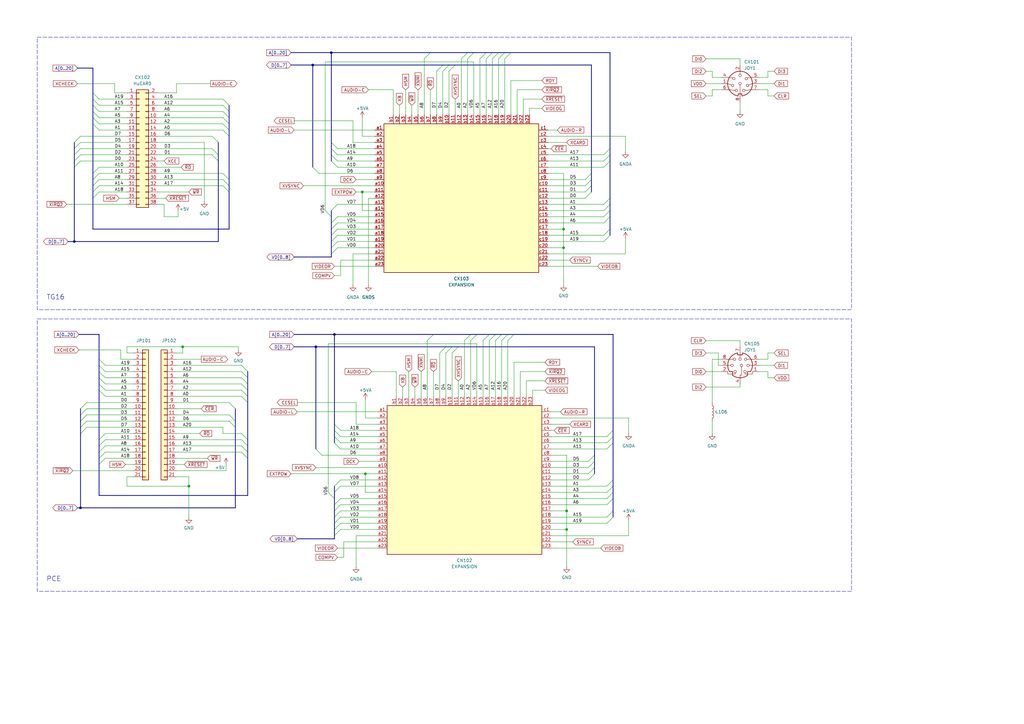
<source format=kicad_sch>
(kicad_sch (version 20230121) (generator eeschema)
  (paper "A3")
  (junction (at 232.41 217.17))
  (junction (at 148.59 78.74))
  (junction (at 128.27 26.67))
  (junction (at 33.02 208.28))
  (junction (at 232.41 209.55))
  (junction (at 137.16 137.16))
  (junction (at 149.86 194.31))
  (junction (at 30.48 99.06))
  (junction (at 231.14 101.6))
  (junction (at 231.14 93.98))
  (junction (at 129.54 142.24))
  (junction (at 135.89 21.59))
  (junction (at 74.93 142.24))
  (junction (at 77.47 199.39))
  (bus_entry (at 137.16 204.47) (size -2.54 -2.54))
  (bus_entry (at 89.535 63.5) (size -2.54 -2.54))
  (bus_entry (at 180.34 144.78) (size 2.54 -2.54))
  (bus_entry (at 101.6 182.88) (size -2.54 -2.54))
  (bus_entry (at 101.6 185.42) (size -2.54 -2.54))
  (bus_entry (at 137.16 199.39) (size 2.54 -2.54))
  (bus_entry (at 247.65 88.9) (size 2.54 -2.54))
  (bus_entry (at 30.48 60.96) (size 2.54 -2.54))
  (bus_entry (at 248.92 204.47) (size 2.54 -2.54))
  (bus_entry (at 137.16 217.17) (size 2.54 -2.54))
  (bus_entry (at 181.61 29.21) (size 2.54 -2.54))
  (bus_entry (at 129.54 184.15) (size 2.54 2.54))
  (bus_entry (at 200.66 139.7) (size 2.54 -2.54))
  (bus_entry (at 93.98 73.66) (size -2.54 -2.54))
  (bus_entry (at 137.16 219.71) (size 2.54 -2.54))
  (bus_entry (at 33.02 167.64) (size 2.54 -2.54))
  (bus_entry (at 137.16 207.01) (size 2.54 -2.54))
  (bus_entry (at 40.64 147.32) (size 2.54 2.54))
  (bus_entry (at 247.65 83.82) (size 2.54 -2.54))
  (bus_entry (at 204.47 24.13) (size 2.54 -2.54))
  (bus_entry (at 138.43 60.96) (size -2.54 -2.54))
  (bus_entry (at 38.1 50.8) (size 2.54 2.54))
  (bus_entry (at 205.74 139.7) (size 2.54 -2.54))
  (bus_entry (at 175.26 139.7) (size 2.54 -2.54))
  (bus_entry (at 135.89 88.9) (size -2.54 -2.54))
  (bus_entry (at 40.64 157.48) (size 2.54 2.54))
  (bus_entry (at 30.48 58.42) (size 2.54 -2.54))
  (bus_entry (at 33.02 172.72) (size 2.54 -2.54))
  (bus_entry (at 30.48 63.5) (size 2.54 -2.54))
  (bus_entry (at 33.02 170.18) (size 2.54 -2.54))
  (bus_entry (at 208.28 139.7) (size 2.54 -2.54))
  (bus_entry (at 40.64 190.5) (size 2.54 -2.54))
  (bus_entry (at 38.1 40.64) (size 2.54 2.54))
  (bus_entry (at 182.88 144.78) (size 2.54 -2.54))
  (bus_entry (at 185.42 144.78) (size 2.54 -2.54))
  (bus_entry (at 93.98 78.74) (size -2.54 -2.54))
  (bus_entry (at 135.89 86.36) (size 2.54 -2.54))
  (bus_entry (at 40.64 160.02) (size 2.54 2.54))
  (bus_entry (at 128.27 68.58) (size 2.54 2.54))
  (bus_entry (at 199.39 24.13) (size 2.54 -2.54))
  (bus_entry (at 89.535 66.04) (size -2.54 -2.54))
  (bus_entry (at 135.89 91.44) (size 2.54 -2.54))
  (bus_entry (at 135.89 99.06) (size 2.54 -2.54))
  (bus_entry (at 240.03 78.74) (size 2.54 -2.54))
  (bus_entry (at 33.02 175.26) (size 2.54 -2.54))
  (bus_entry (at 241.3 196.85) (size 2.54 -2.54))
  (bus_entry (at 191.77 24.13) (size 2.54 -2.54))
  (bus_entry (at 248.92 207.01) (size 2.54 -2.54))
  (bus_entry (at 138.43 63.5) (size -2.54 -2.54))
  (bus_entry (at 139.7 179.07) (size -2.54 -2.54))
  (bus_entry (at 248.92 181.61) (size 2.54 -2.54))
  (bus_entry (at 241.3 191.77) (size 2.54 -2.54))
  (bus_entry (at 135.89 96.52) (size 2.54 -2.54))
  (bus_entry (at 101.6 157.48) (size -2.54 -2.54))
  (bus_entry (at 203.2 139.7) (size 2.54 -2.54))
  (bus_entry (at 101.6 152.4) (size -2.54 -2.54))
  (bus_entry (at 247.65 66.04) (size 2.54 -2.54))
  (bus_entry (at 38.1 38.1) (size 2.54 2.54))
  (bus_entry (at 247.65 86.36) (size 2.54 -2.54))
  (bus_entry (at 40.64 185.42) (size 2.54 -2.54))
  (bus_entry (at 247.65 91.44) (size 2.54 -2.54))
  (bus_entry (at 248.92 199.39) (size 2.54 -2.54))
  (bus_entry (at 93.98 48.26) (size -2.54 -2.54))
  (bus_entry (at 248.92 179.07) (size 2.54 -2.54))
  (bus_entry (at 139.7 184.15) (size -2.54 -2.54))
  (bus_entry (at 241.3 189.23) (size 2.54 -2.54))
  (bus_entry (at 101.6 187.96) (size -2.54 -2.54))
  (bus_entry (at 38.1 71.12) (size 2.54 -2.54))
  (bus_entry (at 40.64 182.88) (size 2.54 -2.54))
  (bus_entry (at 137.16 212.09) (size 2.54 -2.54))
  (bus_entry (at 247.65 63.5) (size 2.54 -2.54))
  (bus_entry (at 40.64 152.4) (size 2.54 2.54))
  (bus_entry (at 96.52 175.26) (size -2.54 -2.54))
  (bus_entry (at 38.1 45.72) (size 2.54 2.54))
  (bus_entry (at 30.48 68.58) (size 2.54 -2.54))
  (bus_entry (at 196.85 24.13) (size 2.54 -2.54))
  (bus_entry (at 240.03 73.66) (size 2.54 -2.54))
  (bus_entry (at 241.3 194.31) (size 2.54 -2.54))
  (bus_entry (at 33.02 177.8) (size 2.54 -2.54))
  (bus_entry (at 193.04 139.7) (size 2.54 -2.54))
  (bus_entry (at 93.98 76.2) (size -2.54 -2.54))
  (bus_entry (at 135.89 93.98) (size 2.54 -2.54))
  (bus_entry (at 40.64 187.96) (size 2.54 -2.54))
  (bus_entry (at 137.16 214.63) (size 2.54 -2.54))
  (bus_entry (at 40.64 180.34) (size 2.54 -2.54))
  (bus_entry (at 40.64 149.86) (size 2.54 2.54))
  (bus_entry (at 91.44 53.34) (size 2.54 2.54))
  (bus_entry (at 40.64 154.94) (size 2.54 2.54))
  (bus_entry (at 198.12 139.7) (size 2.54 -2.54))
  (bus_entry (at 137.16 201.93) (size 2.54 -2.54))
  (bus_entry (at 93.98 165.1) (size 2.54 2.54))
  (bus_entry (at 247.65 68.58) (size 2.54 -2.54))
  (bus_entry (at 38.1 81.28) (size 2.54 -2.54))
  (bus_entry (at 189.23 24.13) (size 2.54 -2.54))
  (bus_entry (at 96.52 172.72) (size -2.54 -2.54))
  (bus_entry (at 101.6 180.34) (size -2.54 -2.54))
  (bus_entry (at 30.48 66.04) (size 2.54 -2.54))
  (bus_entry (at 207.01 24.13) (size 2.54 -2.54))
  (bus_entry (at 247.65 99.06) (size 2.54 -2.54))
  (bus_entry (at 101.6 160.02) (size -2.54 -2.54))
  (bus_entry (at 248.92 214.63) (size 2.54 -2.54))
  (bus_entry (at 139.7 176.53) (size -2.54 -2.54))
  (bus_entry (at 38.1 78.74) (size 2.54 -2.54))
  (bus_entry (at 38.1 48.26) (size 2.54 2.54))
  (bus_entry (at 139.7 181.61) (size -2.54 -2.54))
  (bus_entry (at 38.1 73.66) (size 2.54 -2.54))
  (bus_entry (at 137.16 209.55) (size 2.54 -2.54))
  (bus_entry (at 248.92 184.15) (size 2.54 -2.54))
  (bus_entry (at 138.43 66.04) (size -2.54 -2.54))
  (bus_entry (at 93.98 50.8) (size -2.54 -2.54))
  (bus_entry (at 184.15 29.21) (size 2.54 -2.54))
  (bus_entry (at 99.06 162.56) (size 2.54 2.54))
  (bus_entry (at 179.07 29.21) (size 2.54 -2.54))
  (bus_entry (at 201.93 24.13) (size 2.54 -2.54))
  (bus_entry (at 247.65 96.52) (size 2.54 -2.54))
  (bus_entry (at 190.5 139.7) (size 2.54 -2.54))
  (bus_entry (at 93.98 43.18) (size -2.54 -2.54))
  (bus_entry (at 248.92 212.09) (size 2.54 -2.54))
  (bus_entry (at 101.6 162.56) (size -2.54 -2.54))
  (bus_entry (at 135.89 104.14) (size 2.54 -2.54))
  (bus_entry (at 101.6 154.94) (size -2.54 -2.54))
  (bus_entry (at 173.99 24.13) (size 2.54 -2.54))
  (bus_entry (at 240.03 76.2) (size 2.54 -2.54))
  (bus_entry (at 135.89 101.6) (size 2.54 -2.54))
  (bus_entry (at 240.03 81.28) (size 2.54 -2.54))
  (bus_entry (at 138.43 68.58) (size -2.54 -2.54))
  (bus_entry (at 38.1 76.2) (size 2.54 -2.54))
  (bus_entry (at 93.98 53.34) (size -2.54 -2.54))
  (bus_entry (at 38.1 43.18) (size 2.54 2.54))
  (bus_entry (at 93.98 45.72) (size -2.54 -2.54))
  (bus_entry (at 248.92 201.93) (size 2.54 -2.54))
  (bus_entry (at 86.995 55.88) (size 2.54 2.54))
  (wire (pts (xy 35.56 167.64) (xy 54.61 167.64)))
  (wire (pts (xy 175.26 162.56) (xy 175.26 139.7)))
  (bus (pts (xy 250.19 88.9) (xy 250.19 93.98)))
  (wire (pts (xy 212.09 36.83) (xy 212.09 46.99)))
  (bus (pts (xy 96.52 208.28) (xy 33.02 208.28)))
  (wire (pts (xy 195.58 140.97) (xy 134.62 140.97)))
  (bus (pts (xy 129.54 142.24) (xy 129.54 184.15)))
  (bus (pts (xy 40.64 147.32) (xy 40.64 137.16)))
  (bus (pts (xy 40.64 203.2) (xy 101.6 203.2)))
  (wire (pts (xy 40.64 68.58) (xy 52.07 68.58)))
  (wire (pts (xy 52.07 199.39) (xy 52.07 195.58)))
  (bus (pts (xy 89.535 63.5) (xy 89.535 66.04)))
  (wire (pts (xy 33.02 66.04) (xy 52.07 66.04)))
  (bus (pts (xy 89.535 66.04) (xy 89.535 99.06)))
  (wire (pts (xy 213.36 152.4) (xy 213.36 162.56)))
  (wire (pts (xy 29.845 193.04) (xy 54.61 193.04)))
  (bus (pts (xy 101.6 185.42) (xy 101.6 187.96)))
  (wire (pts (xy 224.79 58.42) (xy 232.41 58.42)))
  (wire (pts (xy 52.07 195.58) (xy 54.61 195.58)))
  (wire (pts (xy 43.18 187.96) (xy 54.61 187.96)))
  (bus (pts (xy 199.39 21.59) (xy 201.93 21.59)))
  (wire (pts (xy 139.7 212.09) (xy 154.94 212.09)))
  (bus (pts (xy 250.19 93.98) (xy 250.19 96.52)))
  (wire (pts (xy 289.56 24.13) (xy 303.53 24.13)))
  (wire (pts (xy 224.79 104.14) (xy 256.54 104.14)))
  (wire (pts (xy 40.64 73.66) (xy 52.07 73.66)))
  (wire (pts (xy 72.39 193.04) (xy 92.71 193.04)))
  (wire (pts (xy 224.79 93.98) (xy 231.14 93.98)))
  (wire (pts (xy 185.42 162.56) (xy 185.42 144.78)))
  (wire (pts (xy 232.41 217.17) (xy 232.41 232.41)))
  (bus (pts (xy 121.92 220.98) (xy 137.16 220.98)))
  (wire (pts (xy 82.55 167.64) (xy 72.39 167.64)))
  (wire (pts (xy 72.39 180.34) (xy 99.06 180.34)))
  (wire (pts (xy 292.1 39.37) (xy 292.1 36.83)))
  (wire (pts (xy 314.96 39.37) (xy 314.96 36.83)))
  (bus (pts (xy 251.46 137.16) (xy 251.46 176.53)))
  (wire (pts (xy 35.56 170.18) (xy 54.61 170.18)))
  (wire (pts (xy 140.97 222.25) (xy 154.94 222.25)))
  (bus (pts (xy 137.16 137.16) (xy 177.8 137.16)))
  (bus (pts (xy 135.89 21.59) (xy 176.53 21.59)))
  (wire (pts (xy 292.1 36.83) (xy 295.91 36.83)))
  (wire (pts (xy 218.44 160.02) (xy 223.52 160.02)))
  (wire (pts (xy 311.15 152.4) (xy 314.96 152.4)))
  (bus (pts (xy 120.65 105.41) (xy 135.89 105.41)))
  (wire (pts (xy 224.79 71.12) (xy 231.14 71.12)))
  (wire (pts (xy 154.94 184.15) (xy 139.7 184.15)))
  (wire (pts (xy 49.53 143.51) (xy 49.53 147.32)))
  (wire (pts (xy 314.96 147.32) (xy 314.96 144.78)))
  (wire (pts (xy 99.06 177.8) (xy 91.44 177.8)))
  (wire (pts (xy 97.79 142.24) (xy 97.79 143.51)))
  (wire (pts (xy 35.56 165.1) (xy 54.61 165.1)))
  (bus (pts (xy 40.64 180.34) (xy 40.64 182.88)))
  (wire (pts (xy 138.43 101.6) (xy 153.67 101.6)))
  (wire (pts (xy 224.79 76.2) (xy 240.03 76.2)))
  (wire (pts (xy 289.56 39.37) (xy 292.1 39.37)))
  (wire (pts (xy 144.78 58.42) (xy 144.78 49.53)))
  (bus (pts (xy 250.19 66.04) (xy 250.19 81.28)))
  (bus (pts (xy 40.64 152.4) (xy 40.64 149.86)))
  (bus (pts (xy 242.57 71.12) (xy 242.57 73.66)))
  (wire (pts (xy 162.56 152.4) (xy 162.56 162.56)))
  (wire (pts (xy 72.39 160.02) (xy 99.06 160.02)))
  (wire (pts (xy 67.31 83.82) (xy 64.77 83.82)))
  (wire (pts (xy 72.39 149.86) (xy 99.06 149.86)))
  (wire (pts (xy 72.39 147.32) (xy 82.55 147.32)))
  (wire (pts (xy 121.92 168.91) (xy 154.94 168.91)))
  (wire (pts (xy 43.18 162.56) (xy 54.61 162.56)))
  (wire (pts (xy 64.77 81.28) (xy 67.945 81.28)))
  (wire (pts (xy 226.06 168.91) (xy 229.87 168.91)))
  (wire (pts (xy 196.85 46.99) (xy 196.85 24.13)))
  (wire (pts (xy 43.18 177.8) (xy 54.61 177.8)))
  (wire (pts (xy 153.67 60.96) (xy 138.43 60.96)))
  (bus (pts (xy 137.16 207.01) (xy 137.16 209.55)))
  (bus (pts (xy 38.1 76.2) (xy 38.1 78.74)))
  (wire (pts (xy 72.39 157.48) (xy 99.06 157.48)))
  (wire (pts (xy 40.64 48.26) (xy 52.07 48.26)))
  (bus (pts (xy 135.89 99.06) (xy 135.89 101.6)))
  (wire (pts (xy 226.06 219.71) (xy 257.81 219.71)))
  (wire (pts (xy 172.72 152.4) (xy 172.72 162.56)))
  (wire (pts (xy 46.99 38.1) (xy 52.07 38.1)))
  (wire (pts (xy 189.23 46.99) (xy 189.23 24.13)))
  (wire (pts (xy 226.06 184.15) (xy 248.92 184.15)))
  (wire (pts (xy 137.16 109.22) (xy 153.67 109.22)))
  (bus (pts (xy 40.64 160.02) (xy 40.64 180.34)))
  (bus (pts (xy 184.15 26.67) (xy 186.69 26.67)))
  (bus (pts (xy 33.02 175.26) (xy 33.02 177.8)))
  (wire (pts (xy 139.7 204.47) (xy 154.94 204.47)))
  (wire (pts (xy 226.06 224.79) (xy 246.38 224.79)))
  (wire (pts (xy 200.66 162.56) (xy 200.66 139.7)))
  (wire (pts (xy 314.96 154.94) (xy 314.96 152.4)))
  (wire (pts (xy 154.94 173.99) (xy 146.05 173.99)))
  (bus (pts (xy 101.6 154.94) (xy 101.6 157.48)))
  (wire (pts (xy 72.39 165.1) (xy 93.98 165.1)))
  (wire (pts (xy 224.79 101.6) (xy 231.14 101.6)))
  (bus (pts (xy 40.64 185.42) (xy 40.64 187.96)))
  (wire (pts (xy 138.43 96.52) (xy 153.67 96.52)))
  (bus (pts (xy 38.1 43.18) (xy 38.1 40.64)))
  (wire (pts (xy 153.67 63.5) (xy 138.43 63.5)))
  (wire (pts (xy 154.94 196.85) (xy 139.7 196.85)))
  (bus (pts (xy 93.98 50.8) (xy 93.98 53.34)))
  (wire (pts (xy 166.37 36.83) (xy 166.37 46.99)))
  (wire (pts (xy 224.79 60.96) (xy 226.06 60.96)))
  (wire (pts (xy 311.15 34.29) (xy 317.5 34.29)))
  (wire (pts (xy 179.07 46.99) (xy 179.07 29.21)))
  (bus (pts (xy 40.64 182.88) (xy 40.64 185.42)))
  (wire (pts (xy 72.39 190.5) (xy 75.565 190.5)))
  (wire (pts (xy 317.5 39.37) (xy 314.96 39.37)))
  (wire (pts (xy 72.39 162.56) (xy 99.06 162.56)))
  (wire (pts (xy 226.06 194.31) (xy 241.3 194.31)))
  (wire (pts (xy 43.18 152.4) (xy 54.61 152.4)))
  (bus (pts (xy 93.98 76.2) (xy 93.98 78.74)))
  (wire (pts (xy 139.7 106.68) (xy 153.67 106.68)))
  (bus (pts (xy 30.48 68.58) (xy 30.48 99.06)))
  (wire (pts (xy 31.75 34.29) (xy 46.99 34.29)))
  (wire (pts (xy 52.07 144.78) (xy 54.61 144.78)))
  (wire (pts (xy 289.56 152.4) (xy 295.91 152.4)))
  (bus (pts (xy 200.66 137.16) (xy 203.2 137.16)))
  (bus (pts (xy 177.8 137.16) (xy 193.04 137.16)))
  (wire (pts (xy 33.02 58.42) (xy 52.07 58.42)))
  (wire (pts (xy 182.88 162.56) (xy 182.88 144.78)))
  (wire (pts (xy 222.25 40.64) (xy 214.63 40.64)))
  (wire (pts (xy 148.59 78.74) (xy 153.67 78.74)))
  (bus (pts (xy 38.1 71.12) (xy 38.1 73.66)))
  (wire (pts (xy 303.53 24.13) (xy 303.53 26.67)))
  (bus (pts (xy 137.16 201.93) (xy 137.16 204.47)))
  (wire (pts (xy 222.25 33.02) (xy 209.55 33.02)))
  (wire (pts (xy 257.81 219.71) (xy 257.81 213.36)))
  (wire (pts (xy 138.43 88.9) (xy 153.67 88.9)))
  (wire (pts (xy 40.64 76.2) (xy 52.07 76.2)))
  (wire (pts (xy 193.04 162.56) (xy 193.04 139.7)))
  (wire (pts (xy 199.39 46.99) (xy 199.39 24.13)))
  (wire (pts (xy 52.07 199.39) (xy 77.47 199.39)))
  (wire (pts (xy 27.305 83.82) (xy 52.07 83.82)))
  (wire (pts (xy 139.7 209.55) (xy 154.94 209.55)))
  (wire (pts (xy 184.15 46.99) (xy 184.15 29.21)))
  (wire (pts (xy 64.77 48.26) (xy 91.44 48.26)))
  (bus (pts (xy 93.98 73.66) (xy 93.98 76.2)))
  (bus (pts (xy 40.64 187.96) (xy 40.64 190.5)))
  (wire (pts (xy 209.55 33.02) (xy 209.55 46.99)))
  (wire (pts (xy 137.16 113.03) (xy 139.7 113.03)))
  (wire (pts (xy 226.06 191.77) (xy 241.3 191.77)))
  (wire (pts (xy 224.79 106.68) (xy 233.68 106.68)))
  (wire (pts (xy 289.56 144.78) (xy 294.64 144.78)))
  (wire (pts (xy 119.38 194.31) (xy 149.86 194.31)))
  (bus (pts (xy 101.6 157.48) (xy 101.6 160.02)))
  (wire (pts (xy 231.14 93.98) (xy 231.14 101.6)))
  (bus (pts (xy 40.64 160.02) (xy 40.64 157.48)))
  (wire (pts (xy 218.44 162.56) (xy 218.44 160.02)))
  (wire (pts (xy 72.39 187.96) (xy 85.09 187.96)))
  (wire (pts (xy 146.05 232.41) (xy 146.05 219.71)))
  (wire (pts (xy 134.62 140.97) (xy 134.62 201.93)))
  (bus (pts (xy 27.94 99.06) (xy 30.48 99.06)))
  (wire (pts (xy 138.43 83.82) (xy 153.67 83.82)))
  (wire (pts (xy 149.86 171.45) (xy 149.86 163.83)))
  (wire (pts (xy 40.64 53.34) (xy 52.07 53.34)))
  (bus (pts (xy 119.38 21.59) (xy 135.89 21.59)))
  (bus (pts (xy 242.57 73.66) (xy 242.57 76.2)))
  (bus (pts (xy 137.16 214.63) (xy 137.16 217.17)))
  (bus (pts (xy 250.19 86.36) (xy 250.19 88.9)))
  (wire (pts (xy 146.05 73.66) (xy 153.67 73.66)))
  (bus (pts (xy 101.6 187.96) (xy 101.6 203.2)))
  (bus (pts (xy 251.46 176.53) (xy 251.46 179.07)))
  (bus (pts (xy 243.84 191.77) (xy 243.84 194.31)))
  (bus (pts (xy 33.02 167.64) (xy 33.02 170.18)))
  (wire (pts (xy 208.28 162.56) (xy 208.28 139.7)))
  (bus (pts (xy 40.64 157.48) (xy 40.64 154.94)))
  (bus (pts (xy 33.02 208.28) (xy 33.02 177.8)))
  (wire (pts (xy 138.43 224.79) (xy 154.94 224.79)))
  (wire (pts (xy 74.93 142.24) (xy 74.93 144.78)))
  (bus (pts (xy 101.6 165.1) (xy 101.6 180.34)))
  (wire (pts (xy 224.79 63.5) (xy 247.65 63.5)))
  (wire (pts (xy 40.64 40.64) (xy 52.07 40.64)))
  (wire (pts (xy 213.36 152.4) (xy 223.52 152.4)))
  (wire (pts (xy 120.65 53.34) (xy 153.67 53.34)))
  (bus (pts (xy 251.46 196.85) (xy 251.46 199.39)))
  (bus (pts (xy 201.93 21.59) (xy 204.47 21.59)))
  (bus (pts (xy 191.77 21.59) (xy 194.31 21.59)))
  (wire (pts (xy 224.79 55.88) (xy 256.54 55.88)))
  (wire (pts (xy 292.1 31.75) (xy 295.91 31.75)))
  (wire (pts (xy 140.97 228.6) (xy 140.97 222.25)))
  (wire (pts (xy 224.79 88.9) (xy 247.65 88.9)))
  (bus (pts (xy 250.19 81.28) (xy 250.19 83.82)))
  (bus (pts (xy 93.98 43.18) (xy 93.98 45.72)))
  (wire (pts (xy 144.78 116.84) (xy 144.78 104.14)))
  (wire (pts (xy 72.39 38.1) (xy 64.77 38.1)))
  (bus (pts (xy 30.48 58.42) (xy 30.48 60.96)))
  (wire (pts (xy 52.07 142.24) (xy 52.07 144.78)))
  (wire (pts (xy 52.07 142.24) (xy 74.93 142.24)))
  (bus (pts (xy 135.89 66.04) (xy 135.89 63.5)))
  (bus (pts (xy 101.6 182.88) (xy 101.6 185.42)))
  (bus (pts (xy 31.75 208.28) (xy 33.02 208.28)))
  (wire (pts (xy 72.39 34.29) (xy 86.36 34.29)))
  (wire (pts (xy 72.39 175.26) (xy 91.44 175.26)))
  (bus (pts (xy 203.2 137.16) (xy 205.74 137.16)))
  (wire (pts (xy 74.93 142.24) (xy 97.79 142.24)))
  (wire (pts (xy 154.94 181.61) (xy 139.7 181.61)))
  (wire (pts (xy 148.59 55.88) (xy 148.59 48.26)))
  (wire (pts (xy 226.06 217.17) (xy 232.41 217.17)))
  (wire (pts (xy 129.54 191.77) (xy 154.94 191.77)))
  (wire (pts (xy 231.14 101.6) (xy 231.14 116.84)))
  (wire (pts (xy 170.18 158.75) (xy 170.18 162.56)))
  (wire (pts (xy 210.82 148.59) (xy 210.82 162.56)))
  (bus (pts (xy 101.6 160.02) (xy 101.6 162.56)))
  (bus (pts (xy 251.46 204.47) (xy 251.46 209.55)))
  (bus (pts (xy 135.89 86.36) (xy 135.89 88.9)))
  (wire (pts (xy 311.15 149.86) (xy 317.5 149.86)))
  (wire (pts (xy 64.77 68.58) (xy 74.295 68.58)))
  (bus (pts (xy 40.64 149.86) (xy 40.64 147.32)))
  (bus (pts (xy 135.89 91.44) (xy 135.89 93.98)))
  (bus (pts (xy 135.89 104.14) (xy 135.89 105.41)))
  (wire (pts (xy 165.1 158.75) (xy 165.1 162.56)))
  (wire (pts (xy 231.14 71.12) (xy 231.14 93.98)))
  (wire (pts (xy 226.06 171.45) (xy 257.81 171.45)))
  (wire (pts (xy 289.56 139.7) (xy 303.53 139.7)))
  (bus (pts (xy 251.46 181.61) (xy 251.46 196.85)))
  (bus (pts (xy 93.98 48.26) (xy 93.98 50.8)))
  (wire (pts (xy 64.77 63.5) (xy 86.995 63.5)))
  (wire (pts (xy 163.83 43.18) (xy 163.83 46.99)))
  (wire (pts (xy 64.77 40.64) (xy 91.44 40.64)))
  (bus (pts (xy 207.01 21.59) (xy 209.55 21.59)))
  (bus (pts (xy 137.16 217.17) (xy 137.16 219.71)))
  (wire (pts (xy 149.86 194.31) (xy 154.94 194.31)))
  (bus (pts (xy 194.31 21.59) (xy 199.39 21.59)))
  (wire (pts (xy 226.06 196.85) (xy 241.3 196.85)))
  (wire (pts (xy 64.77 73.66) (xy 91.44 73.66)))
  (wire (pts (xy 314.96 31.75) (xy 314.96 29.21)))
  (wire (pts (xy 64.77 53.34) (xy 91.44 53.34)))
  (bus (pts (xy 30.48 63.5) (xy 30.48 66.04)))
  (bus (pts (xy 30.48 66.04) (xy 30.48 68.58)))
  (wire (pts (xy 201.93 46.99) (xy 201.93 24.13)))
  (wire (pts (xy 33.02 55.88) (xy 52.07 55.88)))
  (bus (pts (xy 38.1 48.26) (xy 38.1 45.72)))
  (bus (pts (xy 205.74 137.16) (xy 208.28 137.16)))
  (bus (pts (xy 250.19 83.82) (xy 250.19 86.36)))
  (wire (pts (xy 138.43 91.44) (xy 153.67 91.44)))
  (wire (pts (xy 226.06 173.99) (xy 233.68 173.99)))
  (wire (pts (xy 205.74 162.56) (xy 205.74 139.7)))
  (wire (pts (xy 173.99 46.99) (xy 173.99 24.13)))
  (wire (pts (xy 133.35 25.4) (xy 133.35 86.36)))
  (wire (pts (xy 187.96 156.21) (xy 187.96 162.56)))
  (wire (pts (xy 43.18 180.34) (xy 54.61 180.34)))
  (bus (pts (xy 251.46 209.55) (xy 251.46 212.09)))
  (wire (pts (xy 139.7 207.01) (xy 154.94 207.01)))
  (wire (pts (xy 139.7 217.17) (xy 154.94 217.17)))
  (wire (pts (xy 167.64 152.4) (xy 167.64 162.56)))
  (wire (pts (xy 194.31 25.4) (xy 194.31 46.99)))
  (wire (pts (xy 226.06 207.01) (xy 248.92 207.01)))
  (wire (pts (xy 226.06 212.09) (xy 248.92 212.09)))
  (wire (pts (xy 72.39 172.72) (xy 93.98 172.72)))
  (wire (pts (xy 40.64 50.8) (xy 52.07 50.8)))
  (bus (pts (xy 176.53 21.59) (xy 191.77 21.59)))
  (wire (pts (xy 289.56 158.75) (xy 303.53 158.75)))
  (wire (pts (xy 226.06 199.39) (xy 248.92 199.39)))
  (bus (pts (xy 135.89 58.42) (xy 135.89 21.59)))
  (wire (pts (xy 43.18 160.02) (xy 54.61 160.02)))
  (bus (pts (xy 137.16 199.39) (xy 137.16 201.93)))
  (wire (pts (xy 217.17 44.45) (xy 222.25 44.45)))
  (bus (pts (xy 33.02 170.18) (xy 33.02 172.72)))
  (bus (pts (xy 120.65 137.16) (xy 137.16 137.16)))
  (wire (pts (xy 224.79 73.66) (xy 240.03 73.66)))
  (bus (pts (xy 137.16 204.47) (xy 137.16 207.01)))
  (bus (pts (xy 250.19 63.5) (xy 250.19 66.04)))
  (bus (pts (xy 101.6 162.56) (xy 101.6 165.1)))
  (wire (pts (xy 171.45 36.83) (xy 171.45 46.99)))
  (wire (pts (xy 292.1 165.1) (xy 292.1 147.32)))
  (wire (pts (xy 74.93 144.78) (xy 72.39 144.78)))
  (bus (pts (xy 40.64 154.94) (xy 40.64 152.4)))
  (bus (pts (xy 193.04 137.16) (xy 195.58 137.16)))
  (wire (pts (xy 51.435 190.5) (xy 54.61 190.5)))
  (bus (pts (xy 137.16 179.07) (xy 137.16 176.53)))
  (bus (pts (xy 209.55 21.59) (xy 250.19 21.59)))
  (wire (pts (xy 226.06 189.23) (xy 241.3 189.23)))
  (bus (pts (xy 93.98 45.72) (xy 93.98 48.26)))
  (bus (pts (xy 40.64 190.5) (xy 40.64 203.2)))
  (wire (pts (xy 217.17 46.99) (xy 217.17 44.45)))
  (bus (pts (xy 101.6 180.34) (xy 101.6 182.88)))
  (wire (pts (xy 144.78 104.14) (xy 153.67 104.14)))
  (wire (pts (xy 168.91 43.18) (xy 168.91 46.99)))
  (wire (pts (xy 224.79 99.06) (xy 247.65 99.06)))
  (bus (pts (xy 242.57 76.2) (xy 242.57 78.74)))
  (bus (pts (xy 243.84 186.69) (xy 243.84 189.23)))
  (wire (pts (xy 148.59 86.36) (xy 148.59 78.74)))
  (wire (pts (xy 35.56 172.72) (xy 54.61 172.72)))
  (wire (pts (xy 72.39 170.18) (xy 93.98 170.18)))
  (wire (pts (xy 138.43 99.06) (xy 153.67 99.06)))
  (wire (pts (xy 154.94 171.45) (xy 149.86 171.45)))
  (wire (pts (xy 190.5 162.56) (xy 190.5 139.7)))
  (bus (pts (xy 129.54 142.24) (xy 182.88 142.24)))
  (wire (pts (xy 146.05 78.74) (xy 148.59 78.74)))
  (wire (pts (xy 224.79 83.82) (xy 247.65 83.82)))
  (bus (pts (xy 119.38 26.67) (xy 128.27 26.67)))
  (wire (pts (xy 198.12 162.56) (xy 198.12 139.7)))
  (wire (pts (xy 64.77 76.2) (xy 91.44 76.2)))
  (wire (pts (xy 124.46 76.2) (xy 153.67 76.2)))
  (bus (pts (xy 38.1 50.8) (xy 38.1 71.12)))
  (wire (pts (xy 91.44 177.8) (xy 91.44 175.26)))
  (wire (pts (xy 224.79 109.22) (xy 245.11 109.22)))
  (wire (pts (xy 64.77 78.74) (xy 77.47 78.74)))
  (wire (pts (xy 256.54 104.14) (xy 256.54 97.79)))
  (wire (pts (xy 294.64 149.86) (xy 295.91 149.86)))
  (bus (pts (xy 128.27 26.67) (xy 181.61 26.67)))
  (wire (pts (xy 303.53 158.75) (xy 303.53 157.48)))
  (wire (pts (xy 35.56 175.26) (xy 54.61 175.26)))
  (bus (pts (xy 96.52 175.26) (xy 96.52 208.28)))
  (wire (pts (xy 314.96 144.78) (xy 317.5 144.78)))
  (wire (pts (xy 232.41 209.55) (xy 232.41 217.17)))
  (wire (pts (xy 154.94 201.93) (xy 149.86 201.93)))
  (wire (pts (xy 292.1 29.21) (xy 292.1 31.75)))
  (wire (pts (xy 226.06 201.93) (xy 248.92 201.93)))
  (wire (pts (xy 72.39 182.88) (xy 99.06 182.88)))
  (bus (pts (xy 186.69 26.67) (xy 242.57 26.67)))
  (bus (pts (xy 38.1 73.66) (xy 38.1 76.2)))
  (bus (pts (xy 137.16 181.61) (xy 137.16 179.07)))
  (bus (pts (xy 38.1 81.28) (xy 38.1 93.98)))
  (wire (pts (xy 153.67 66.04) (xy 138.43 66.04)))
  (wire (pts (xy 154.94 176.53) (xy 139.7 176.53)))
  (wire (pts (xy 151.13 81.28) (xy 151.13 116.84)))
  (wire (pts (xy 72.39 154.94) (xy 99.06 154.94)))
  (wire (pts (xy 33.02 60.96) (xy 52.07 60.96)))
  (wire (pts (xy 292.1 172.72) (xy 292.1 177.8)))
  (wire (pts (xy 144.78 49.53) (xy 120.65 49.53)))
  (wire (pts (xy 92.71 190.5) (xy 92.71 193.04)))
  (wire (pts (xy 72.39 195.58) (xy 77.47 195.58)))
  (wire (pts (xy 180.34 162.56) (xy 180.34 144.78)))
  (wire (pts (xy 152.4 152.4) (xy 162.56 152.4)))
  (bus (pts (xy 93.98 55.88) (xy 93.98 73.66)))
  (wire (pts (xy 223.52 156.21) (xy 215.9 156.21)))
  (wire (pts (xy 40.64 78.74) (xy 52.07 78.74)))
  (wire (pts (xy 204.47 46.99) (xy 204.47 24.13)))
  (wire (pts (xy 151.13 36.83) (xy 161.29 36.83)))
  (bus (pts (xy 96.52 172.72) (xy 96.52 175.26)))
  (bus (pts (xy 38.1 45.72) (xy 38.1 43.18)))
  (bus (pts (xy 251.46 199.39) (xy 251.46 201.93)))
  (wire (pts (xy 212.09 36.83) (xy 222.25 36.83)))
  (wire (pts (xy 40.64 45.72) (xy 52.07 45.72)))
  (wire (pts (xy 153.67 81.28) (xy 151.13 81.28)))
  (bus (pts (xy 135.89 88.9) (xy 135.89 91.44)))
  (wire (pts (xy 67.31 83.82) (xy 67.31 88.9)))
  (wire (pts (xy 292.1 147.32) (xy 295.91 147.32)))
  (bus (pts (xy 250.19 21.59) (xy 250.19 60.96)))
  (wire (pts (xy 256.54 55.88) (xy 256.54 62.23)))
  (wire (pts (xy 77.47 195.58) (xy 77.47 199.39)))
  (bus (pts (xy 242.57 26.67) (xy 242.57 71.12)))
  (bus (pts (xy 38.1 93.98) (xy 93.98 93.98)))
  (bus (pts (xy 243.84 142.24) (xy 243.84 186.69)))
  (wire (pts (xy 224.79 86.36) (xy 247.65 86.36)))
  (bus (pts (xy 204.47 21.59) (xy 207.01 21.59)))
  (wire (pts (xy 64.77 45.72) (xy 91.44 45.72)))
  (wire (pts (xy 83.82 58.42) (xy 64.77 58.42)))
  (wire (pts (xy 43.18 149.86) (xy 54.61 149.86)))
  (bus (pts (xy 251.46 201.93) (xy 251.46 204.47)))
  (wire (pts (xy 314.96 29.21) (xy 317.5 29.21)))
  (wire (pts (xy 226.06 209.55) (xy 232.41 209.55)))
  (wire (pts (xy 73.025 86.36) (xy 73.025 88.9)))
  (bus (pts (xy 101.6 152.4) (xy 101.6 154.94)))
  (bus (pts (xy 38.1 78.74) (xy 38.1 81.28)))
  (wire (pts (xy 195.58 140.97) (xy 195.58 162.56)))
  (wire (pts (xy 72.39 34.29) (xy 72.39 38.1)))
  (bus (pts (xy 135.89 63.5) (xy 135.89 60.96)))
  (bus (pts (xy 195.58 137.16) (xy 200.66 137.16)))
  (wire (pts (xy 153.67 58.42) (xy 144.78 58.42)))
  (bus (pts (xy 251.46 179.07) (xy 251.46 181.61)))
  (wire (pts (xy 294.64 144.78) (xy 294.64 149.86)))
  (bus (pts (xy 31.75 27.94) (xy 38.1 27.94)))
  (bus (pts (xy 38.1 50.8) (xy 38.1 48.26)))
  (wire (pts (xy 226.06 179.07) (xy 248.92 179.07)))
  (wire (pts (xy 64.77 55.88) (xy 86.995 55.88)))
  (wire (pts (xy 224.79 96.52) (xy 247.65 96.52)))
  (bus (pts (xy 137.16 212.09) (xy 137.16 214.63)))
  (bus (pts (xy 120.65 142.24) (xy 129.54 142.24)))
  (wire (pts (xy 43.18 185.42) (xy 54.61 185.42)))
  (wire (pts (xy 311.15 31.75) (xy 314.96 31.75)))
  (wire (pts (xy 224.79 91.44) (xy 247.65 91.44)))
  (bus (pts (xy 32.385 137.16) (xy 40.64 137.16)))
  (wire (pts (xy 226.06 222.25) (xy 234.95 222.25)))
  (wire (pts (xy 176.53 36.83) (xy 176.53 46.99)))
  (wire (pts (xy 154.94 179.07) (xy 139.7 179.07)))
  (wire (pts (xy 46.99 34.29) (xy 46.99 38.1)))
  (wire (pts (xy 132.08 186.69) (xy 154.94 186.69)))
  (wire (pts (xy 139.7 113.03) (xy 139.7 106.68)))
  (wire (pts (xy 139.7 199.39) (xy 154.94 199.39)))
  (wire (pts (xy 311.15 147.32) (xy 314.96 147.32)))
  (wire (pts (xy 72.39 152.4) (xy 99.06 152.4)))
  (wire (pts (xy 64.77 60.96) (xy 86.995 60.96)))
  (bus (pts (xy 33.02 172.72) (xy 33.02 175.26)))
  (wire (pts (xy 138.43 228.6) (xy 140.97 228.6)))
  (wire (pts (xy 303.53 41.91) (xy 303.53 45.72)))
  (wire (pts (xy 147.32 189.23) (xy 154.94 189.23)))
  (wire (pts (xy 303.53 139.7) (xy 303.53 142.24)))
  (bus (pts (xy 96.52 167.64) (xy 96.52 172.72)))
  (bus (pts (xy 137.16 219.71) (xy 137.16 220.98)))
  (wire (pts (xy 32.385 143.51) (xy 49.53 143.51)))
  (wire (pts (xy 224.79 66.04) (xy 247.65 66.04)))
  (wire (pts (xy 226.06 204.47) (xy 248.92 204.47)))
  (wire (pts (xy 72.39 177.8) (xy 81.915 177.8)))
  (wire (pts (xy 314.96 36.83) (xy 311.15 36.83)))
  (wire (pts (xy 226.06 214.63) (xy 248.92 214.63)))
  (wire (pts (xy 64.77 50.8) (xy 91.44 50.8)))
  (bus (pts (xy 89.535 99.06) (xy 30.48 99.06)))
  (wire (pts (xy 153.67 55.88) (xy 148.59 55.88)))
  (wire (pts (xy 139.7 214.63) (xy 154.94 214.63)))
  (wire (pts (xy 224.79 81.28) (xy 240.03 81.28)))
  (wire (pts (xy 289.56 34.29) (xy 295.91 34.29)))
  (wire (pts (xy 207.01 46.99) (xy 207.01 24.13)))
  (bus (pts (xy 30.48 60.96) (xy 30.48 63.5)))
  (wire (pts (xy 146.05 165.1) (xy 121.92 165.1)))
  (wire (pts (xy 153.67 86.36) (xy 148.59 86.36)))
  (wire (pts (xy 64.77 66.04) (xy 67.31 66.04)))
  (bus (pts (xy 38.1 38.1) (xy 38.1 27.94)))
  (wire (pts (xy 289.56 29.21) (xy 292.1 29.21)))
  (wire (pts (xy 149.86 201.93) (xy 149.86 194.31)))
  (wire (pts (xy 40.64 43.18) (xy 52.07 43.18)))
  (wire (pts (xy 64.77 71.12) (xy 91.44 71.12)))
  (wire (pts (xy 186.69 40.64) (xy 186.69 46.99)))
  (wire (pts (xy 43.18 182.88) (xy 54.61 182.88)))
  (wire (pts (xy 181.61 46.99) (xy 181.61 29.21)))
  (wire (pts (xy 130.81 71.12) (xy 153.67 71.12)))
  (bus (pts (xy 93.98 53.34) (xy 93.98 55.88)))
  (wire (pts (xy 43.18 157.48) (xy 54.61 157.48)))
  (bus (pts (xy 137.16 173.99) (xy 137.16 137.16)))
  (bus (pts (xy 93.98 78.74) (xy 93.98 93.98)))
  (bus (pts (xy 250.19 60.96) (xy 250.19 63.5)))
  (bus (pts (xy 137.16 209.55) (xy 137.16 212.09)))
  (wire (pts (xy 43.18 154.94) (xy 54.61 154.94)))
  (wire (pts (xy 191.77 46.99) (xy 191.77 24.13)))
  (wire (pts (xy 146.05 173.99) (xy 146.05 165.1)))
  (wire (pts (xy 48.895 81.28) (xy 52.07 81.28)))
  (wire (pts (xy 223.52 148.59) (xy 210.82 148.59)))
  (wire (pts (xy 224.79 78.74) (xy 240.03 78.74)))
  (bus (pts (xy 89.535 58.42) (xy 89.535 63.5)))
  (wire (pts (xy 203.2 162.56) (xy 203.2 139.7)))
  (wire (pts (xy 215.9 156.21) (xy 215.9 162.56)))
  (wire (pts (xy 77.47 199.39) (xy 77.47 212.09)))
  (bus (pts (xy 137.16 176.53) (xy 137.16 173.99)))
  (bus (pts (xy 182.88 142.24) (xy 185.42 142.24)))
  (wire (pts (xy 40.64 71.12) (xy 52.07 71.12)))
  (wire (pts (xy 194.31 25.4) (xy 133.35 25.4)))
  (wire (pts (xy 214.63 40.64) (xy 214.63 46.99)))
  (wire (pts (xy 72.39 185.42) (xy 99.06 185.42)))
  (wire (pts (xy 146.05 219.71) (xy 154.94 219.71)))
  (bus (pts (xy 210.82 137.16) (xy 251.46 137.16)))
  (wire (pts (xy 224.79 53.34) (xy 228.6 53.34)))
  (wire (pts (xy 153.67 68.58) (xy 138.43 68.58)))
  (bus (pts (xy 181.61 26.67) (xy 184.15 26.67)))
  (wire (pts (xy 177.8 152.4) (xy 177.8 162.56)))
  (bus (pts (xy 185.42 142.24) (xy 187.96 142.24)))
  (wire (pts (xy 83.82 82.55) (xy 83.82 58.42)))
  (bus (pts (xy 135.89 96.52) (xy 135.89 99.06)))
  (wire (pts (xy 226.06 186.69) (xy 232.41 186.69)))
  (wire (pts (xy 138.43 93.98) (xy 153.67 93.98)))
  (wire (pts (xy 49.53 147.32) (xy 54.61 147.32)))
  (wire (pts (xy 226.06 176.53) (xy 227.33 176.53)))
  (bus (pts (xy 243.84 189.23) (xy 243.84 191.77)))
  (wire (pts (xy 226.06 181.61) (xy 248.92 181.61)))
  (wire (pts (xy 232.41 186.69) (xy 232.41 209.55)))
  (bus (pts (xy 135.89 101.6) (xy 135.89 104.14)))
  (bus (pts (xy 128.27 26.67) (xy 128.27 68.58)))
  (bus (pts (xy 38.1 40.64) (xy 38.1 38.1)))
  (wire (pts (xy 224.79 68.58) (xy 247.65 68.58)))
  (wire (pts (xy 257.81 171.45) (xy 257.81 177.8)))
  (bus (pts (xy 135.89 60.96) (xy 135.89 58.42)))
  (wire (pts (xy 67.31 88.9) (xy 73.025 88.9)))
  (wire (pts (xy 161.29 36.83) (xy 161.29 46.99)))
  (bus (pts (xy 135.89 93.98) (xy 135.89 96.52)))
  (wire (pts (xy 314.96 154.94) (xy 317.5 154.94)))
  (wire (pts (xy 33.02 63.5) (xy 52.07 63.5)))
  (bus (pts (xy 208.28 137.16) (xy 210.82 137.16)))
  (bus (pts (xy 187.96 142.24) (xy 243.84 142.24)))
  (wire (pts (xy 64.77 43.18) (xy 91.44 43.18)))
  (rectangle (start 15.24 15.24) (end 349.25 127) (stroke (width 0) (type dash)))
  (rectangle (start 15.24 130.81) (end 349.25 242.57) (stroke (width 0) (type dash)))
  (text "PCE" (at 19.05 238.76 0) (effects (font (size 2 2)) (justify left bottom)))
  (text "TG16" (at 19.05 123.19 0) (effects (font (size 2 2)) (justify left bottom)))
  (label "A6" (at 67.31 45.72 0))
  (label "A10" (at 143.51 184.15 0))
  (label "D6" (at 67.31 55.88 0))
  (label "A2" (at 74.93 160.02 0))
  (label "D7" (at 179.07 44.45 90))
  (label "A6" (at 233.68 91.44 0))
  (label "A17" (at 74.93 185.42 0))
  (label "D1" (at 67.31 63.5 0))
  (label "A0" (at 190.5 160.02 90))
  (label "A18" (at 46.99 78.74 0))
  (label "A2" (at 67.31 50.8 0))
  (label "A4" (at 67.31 48.26 0))
  (label "D3" (at 67.31 60.96 0))
  (label "A9" (at 74.93 180.34 0))
  (label "A16" (at 205.74 160.02 90))
  (label "A0" (at 67.31 53.34 0))
  (label "D4" (at 181.61 44.45 90))
  (label "A19" (at 233.68 99.06 0))
  (label "D1" (at 234.95 194.31 0))
  (label "D4" (at 46.99 60.96 0))
  (label "A5" (at 49.53 157.48 0))
  (label "A13" (at 67.31 73.66 0))
  (label "A9" (at 67.31 71.12 0))
  (label "A2" (at 193.04 160.02 90))
  (label "D0" (at 46.99 66.04 0))
  (label "A12" (at 201.93 44.45 90))
  (label "D2" (at 46.99 63.5 0))
  (label "VD5" (at 146.05 88.9 180))
  (label "VD6" (at 194.31 44.45 90))
  (label "VD5" (at 147.32 204.47 180))
  (label "A9" (at 142.24 66.04 0))
  (label "A11" (at 233.68 68.58 0))
  (label "A16" (at 67.31 40.64 0))
  (label "D3" (at 234.95 191.77 0))
  (label "A8" (at 46.99 73.66 0))
  (label "A8" (at 173.99 44.45 90))
  (label "D6" (at 142.24 71.12 0))
  (label "A20" (at 207.01 44.45 90))
  (label "VD3" (at 147.32 209.55 180))
  (label "A20" (at 74.93 175.26 0))
  (label "A5" (at 46.99 48.26 0))
  (label "A9" (at 143.51 181.61 0))
  (label "A1" (at 49.53 162.56 0))
  (label "A14" (at 143.51 179.07 0))
  (label "D6" (at 74.93 172.72 0))
  (label "VD6" (at 133.35 83.82 270))
  (label "A19" (at 234.95 214.63 0))
  (label "A5" (at 196.85 44.45 90))
  (label "A3" (at 234.95 201.93 0))
  (label "VD4" (at 146.05 91.44 180))
  (label "D1" (at 74.93 165.1 0))
  (label "VD7" (at 146.05 83.82 180))
  (label "A15" (at 49.53 152.4 0))
  (label "A13" (at 233.68 66.04 0))
  (label "A14" (at 142.24 63.5 0))
  (label "A11" (at 234.95 184.15 0))
  (label "VD7" (at 147.32 199.39 180))
  (label "VD0" (at 147.32 217.17 180))
  (label "D5" (at 49.53 172.72 0))
  (label "D1" (at 233.68 78.74 0))
  (label "A0" (at 74.93 162.56 0))
  (label "A17" (at 233.68 63.5 0))
  (label "A3" (at 46.99 50.8 0))
  (label "A4" (at 233.68 88.9 0))
  (label "A13" (at 234.95 181.61 0))
  (label "A15" (at 233.68 96.52 0))
  (label "A10" (at 49.53 177.8 0))
  (label "D0" (at 49.53 165.1 0))
  (label "A19" (at 46.99 40.64 0))
  (label "A15" (at 46.99 43.18 0))
  (label "A1" (at 234.95 199.39 0))
  (label "D4" (at 74.93 170.18 0))
  (label "VD0" (at 146.05 101.6 180))
  (label "A3" (at 233.68 86.36 0))
  (label "A4" (at 74.93 157.48 0))
  (label "D4" (at 182.88 160.02 90))
  (label "D5" (at 46.99 58.42 0))
  (label "VD2" (at 146.05 96.52 180))
  (label "VD1" (at 147.32 214.63 180))
  (label "A17" (at 67.31 76.2 0))
  (label "VD6" (at 134.62 199.39 270))
  (label "D2" (at 49.53 167.64 0))
  (label "D3" (at 233.68 76.2 0))
  (label "A1" (at 46.99 53.34 0))
  (label "A0" (at 189.23 44.45 90))
  (label "A6" (at 234.95 207.01 0))
  (label "D0" (at 234.95 196.85 0))
  (label "D2" (at 185.42 160.02 90))
  (label "A5" (at 198.12 160.02 90))
  (label "D7" (at 180.34 160.02 90))
  (label "A4" (at 234.95 204.47 0))
  (label "A16" (at 74.93 149.86 0))
  (label "A20" (at 208.28 160.02 90))
  (label "D5" (at 233.68 73.66 0))
  (label "VD6" (at 195.58 160.02 90))
  (label "A10" (at 142.24 68.58 0))
  (label "A19" (at 49.53 149.86 0))
  (label "A12" (at 203.2 160.02 90))
  (label "A8" (at 175.26 160.02 90))
  (label "A3" (at 49.53 160.02 0))
  (label "A15" (at 234.95 212.09 0))
  (label "A2" (at 191.77 44.45 90))
  (label "A7" (at 49.53 154.94 0))
  (label "A18" (at 143.51 176.53 0))
  (label "A14" (at 49.53 185.42 0))
  (label "VD8" (at 143.51 196.85 0))
  (label "A7" (at 200.66 160.02 90))
  (label "A18" (at 49.53 187.96 0))
  (label "A12" (at 74.93 152.4 0))
  (label "D3" (at 49.53 170.18 0))
  (label "A10" (at 46.99 68.58 0))
  (label "A16" (at 204.47 44.45 90))
  (label "VD4" (at 147.32 207.01 180))
  (label "A13" (at 74.93 182.88 0))
  (label "A1" (at 233.68 83.82 0))
  (label "A18" (at 142.24 60.96 0))
  (label "VD3" (at 146.05 93.98 180))
  (label "A8" (at 49.53 182.88 0))
  (label "D6" (at 143.51 186.69 0))
  (label "D7" (at 46.99 55.88 0))
  (label "D0" (at 233.68 81.28 0))
  (label "A6" (at 74.93 154.94 0))
  (label "A17" (at 234.95 179.07 0))
  (label "VD1" (at 146.05 99.06 180))
  (label "D5" (at 234.95 189.23 0))
  (label "A11" (at 46.99 71.12 0))
  (label "A11" (at 49.53 180.34 0))
  (label "VD2" (at 147.32 212.09 180))
  (label "A7" (at 46.99 45.72 0))
  (label "D2" (at 184.15 44.45 90))
  (label "A14" (at 46.99 76.2 0))
  (label "D7" (at 49.53 175.26 0))
  (label "A12" (at 67.31 43.18 0))
  (label "A7" (at 199.39 44.45 90))
  (global_label "AUDIO-C" (shape output) (at 86.36 34.29 0) (property "Intersheetrefs" "${INTERSHEET_REFS}" (effects hide)))
  (global_label "~{WR}" (shape input) (at 77.47 78.74 0) (property "Intersheetrefs" "${INTERSHEET_REFS}" (effects hide)))
  (global_label "~{XIRQ2}" (shape input) (at 222.25 36.83 0) (property "Intersheetrefs" "${INTERSHEET_REFS}" (effects hide)))
  (global_label "VDD" (shape input) (at 317.5 154.94 0) (property "Intersheetrefs" "${INTERSHEET_REFS}" (effects hide)))
  (global_label "RDY" (shape input) (at 223.52 148.59 0) (property "Intersheetrefs" "${INTERSHEET_REFS}" (effects hide)))
  (global_label "A[0..20]" (shape input) (at 119.38 21.59 180) (property "Intersheetrefs" "${INTERSHEET_REFS}" (effects hide)))
  (global_label "AUDIO-C" (shape output) (at 82.55 147.32 0) (property "Intersheetrefs" "${INTERSHEET_REFS}" (effects hide)))
  (global_label "A[0..20]" (shape input) (at 120.65 137.16 180) (property "Intersheetrefs" "${INTERSHEET_REFS}" (effects hide)))
  (global_label "VIDEOB" (shape input) (at 246.38 224.79 0) (property "Intersheetrefs" "${INTERSHEET_REFS}" (effects hide)))
  (global_label "EXTPOW" (shape input) (at 146.05 78.74 180) (property "Intersheetrefs" "${INTERSHEET_REFS}" (effects hide)))
  (global_label "CLR" (shape input) (at 317.5 39.37 0) (property "Intersheetrefs" "${INTERSHEET_REFS}" (effects hide)))
  (global_label "XCARD" (shape input) (at 233.68 173.99 0) (property "Intersheetrefs" "${INTERSHEET_REFS}" (effects hide)))
  (global_label "XCE" (shape input) (at 67.31 66.04 0) (property "Intersheetrefs" "${INTERSHEET_REFS}" (effects hide)))
  (global_label "AUDIO-L" (shape input) (at 121.92 168.91 180) (property "Intersheetrefs" "${INTERSHEET_REFS}" (effects hide)))
  (global_label "SYNCV" (shape input) (at 234.95 222.25 0) (property "Intersheetrefs" "${INTERSHEET_REFS}" (effects hide)))
  (global_label "~{XNMI}" (shape input) (at 171.45 36.83 90) (property "Intersheetrefs" "${INTERSHEET_REFS}" (effects hide)))
  (global_label "AUDIO-L" (shape input) (at 120.65 53.34 180) (property "Intersheetrefs" "${INTERSHEET_REFS}" (effects hide)))
  (global_label "VD[0..8]" (shape bidirectional) (at 121.92 220.98 180) (property "Intersheetrefs" "${INTERSHEET_REFS}" (effects hide)))
  (global_label "XVSYNC" (shape input) (at 124.46 76.2 180) (property "Intersheetrefs" "${INTERSHEET_REFS}" (effects hide)))
  (global_label "~{WR}" (shape input) (at 85.09 187.96 0) (property "Intersheetrefs" "${INTERSHEET_REFS}" (effects hide)))
  (global_label "VIDEOG" (shape input) (at 222.25 44.45 0) (property "Intersheetrefs" "${INTERSHEET_REFS}" (effects hide)))
  (global_label "~{CEK}" (shape input) (at 227.33 176.53 0) (property "Intersheetrefs" "${INTERSHEET_REFS}" (effects hide)))
  (global_label "XHSYNC" (shape input) (at 187.96 156.21 90) (property "Intersheetrefs" "${INTERSHEET_REFS}" (effects hide)))
  (global_label "DI2" (shape input) (at 289.56 158.75 180) (property "Intersheetrefs" "${INTERSHEET_REFS}" (effects hide)))
  (global_label "VIDEOR" (shape input) (at 138.43 224.79 180) (property "Intersheetrefs" "${INTERSHEET_REFS}" (effects hide)))
  (global_label "XB" (shape input) (at 163.83 43.18 90) (property "Intersheetrefs" "${INTERSHEET_REFS}" (effects hide)))
  (global_label "DI1" (shape input) (at 317.5 149.86 0) (property "Intersheetrefs" "${INTERSHEET_REFS}" (effects hide)))
  (global_label "VIDEOB" (shape input) (at 245.11 109.22 0) (property "Intersheetrefs" "${INTERSHEET_REFS}" (effects hide)))
  (global_label "XCHECK" (shape input) (at 32.385 143.51 180) (property "Intersheetrefs" "${INTERSHEET_REFS}" (effects hide)))
  (global_label "VD[0..8]" (shape bidirectional) (at 120.65 105.41 180) (property "Intersheetrefs" "${INTERSHEET_REFS}" (effects hide)))
  (global_label "HSM" (shape input) (at 166.37 36.83 90) (property "Intersheetrefs" "${INTERSHEET_REFS}" (effects hide)))
  (global_label "A[0..20]" (shape input) (at 31.75 27.94 180) (property "Intersheetrefs" "${INTERSHEET_REFS}" (effects hide)))
  (global_label "VIDEOR" (shape input) (at 137.16 109.22 180) (property "Intersheetrefs" "${INTERSHEET_REFS}" (effects hide)))
  (global_label "~{RD}" (shape input) (at 176.53 36.83 90) (property "Intersheetrefs" "${INTERSHEET_REFS}" (effects hide)))
  (global_label "CESEL" (shape output) (at 120.65 49.53 180) (property "Intersheetrefs" "${INTERSHEET_REFS}" (effects hide)))
  (global_label "XVSYNC" (shape input) (at 129.54 191.77 180) (property "Intersheetrefs" "${INTERSHEET_REFS}" (effects hide)))
  (global_label "DI1" (shape input) (at 317.5 34.29 0) (property "Intersheetrefs" "${INTERSHEET_REFS}" (effects hide)))
  (global_label "~{XRESET}" (shape input) (at 67.945 81.28 0) (property "Intersheetrefs" "${INTERSHEET_REFS}" (effects hide)))
  (global_label "CLR" (shape input) (at 289.56 139.7 180) (property "Intersheetrefs" "${INTERSHEET_REFS}" (effects hide)))
  (global_label "~{XRESET}" (shape input) (at 223.52 156.21 0) (property "Intersheetrefs" "${INTERSHEET_REFS}" (effects hide)))
  (global_label "AUDIO-C" (shape input) (at 151.13 36.83 180) (property "Intersheetrefs" "${INTERSHEET_REFS}" (effects hide)))
  (global_label "XB" (shape input) (at 165.1 158.75 90) (property "Intersheetrefs" "${INTERSHEET_REFS}" (effects hide)))
  (global_label "~{RD}" (shape input) (at 81.915 177.8 0) (property "Intersheetrefs" "${INTERSHEET_REFS}" (effects hide)))
  (global_label "~{RD}" (shape input) (at 177.8 152.4 90) (property "Intersheetrefs" "${INTERSHEET_REFS}" (effects hide)))
  (global_label "D[0..7]" (shape bidirectional) (at 120.65 142.24 180) (property "Intersheetrefs" "${INTERSHEET_REFS}" (effects hide)))
  (global_label "AUDIO-C" (shape input) (at 152.4 152.4 180) (property "Intersheetrefs" "${INTERSHEET_REFS}" (effects hide)))
  (global_label "~{XIRQ2}" (shape input) (at 27.305 83.82 180) (property "Intersheetrefs" "${INTERSHEET_REFS}" (effects hide)))
  (global_label "~{XIRQ2}" (shape input) (at 29.845 193.04 180) (property "Intersheetrefs" "${INTERSHEET_REFS}" (effects hide)))
  (global_label "~{RD}" (shape input) (at 74.295 68.58 0) (property "Intersheetrefs" "${INTERSHEET_REFS}" (effects hide)))
  (global_label "RDY" (shape input) (at 222.25 33.02 0) (property "Intersheetrefs" "${INTERSHEET_REFS}" (effects hide)))
  (global_label "D[0..7]" (shape bidirectional) (at 31.75 208.28 180) (property "Intersheetrefs" "${INTERSHEET_REFS}" (effects hide)))
  (global_label "HSM" (shape input) (at 51.435 190.5 180) (property "Intersheetrefs" "${INTERSHEET_REFS}" (effects hide)))
  (global_label "~{XRESET}" (shape input) (at 222.25 40.64 0) (property "Intersheetrefs" "${INTERSHEET_REFS}" (effects hide)))
  (global_label "~{WR}" (shape input) (at 170.18 158.75 90) (property "Intersheetrefs" "${INTERSHEET_REFS}" (effects hide)))
  (global_label "AUDIO-R" (shape input) (at 228.6 53.34 0) (property "Intersheetrefs" "${INTERSHEET_REFS}" (effects hide)))
  (global_label "~{CER}" (shape input) (at 82.55 167.64 0) (property "Intersheetrefs" "${INTERSHEET_REFS}" (effects hide)))
  (global_label "SEL" (shape input) (at 289.56 39.37 180) (property "Intersheetrefs" "${INTERSHEET_REFS}" (effects hide)))
  (global_label "COMPV" (shape input) (at 137.16 113.03 180) (property "Intersheetrefs" "${INTERSHEET_REFS}" (effects hide)))
  (global_label "DI0" (shape input) (at 289.56 24.13 180) (property "Intersheetrefs" "${INTERSHEET_REFS}" (effects hide)))
  (global_label "VIDEOG" (shape input) (at 223.52 160.02 0) (property "Intersheetrefs" "${INTERSHEET_REFS}" (effects hide)))
  (global_label "AUDIO-R" (shape input) (at 229.87 168.91 0) (property "Intersheetrefs" "${INTERSHEET_REFS}" (effects hide)))
  (global_label "HSM" (shape input) (at 48.895 81.28 180) (property "Intersheetrefs" "${INTERSHEET_REFS}" (effects hide)))
  (global_label "DCK" (shape input) (at 147.32 189.23 180) (property "Intersheetrefs" "${INTERSHEET_REFS}" (effects hide)))
  (global_label "D[0..7]" (shape bidirectional) (at 119.38 26.67 180) (property "Intersheetrefs" "${INTERSHEET_REFS}" (effects hide)))
  (global_label "DI2" (shape input) (at 289.56 29.21 180) (property "Intersheetrefs" "${INTERSHEET_REFS}" (effects hide)))
  (global_label "SEL" (shape input) (at 317.5 144.78 0) (property "Intersheetrefs" "${INTERSHEET_REFS}" (effects hide)))
  (global_label "DCK" (shape input) (at 146.05 73.66 180) (property "Intersheetrefs" "${INTERSHEET_REFS}" (effects hide)))
  (global_label "~{WR}" (shape input) (at 168.91 43.18 90) (property "Intersheetrefs" "${INTERSHEET_REFS}" (effects hide)))
  (global_label "~{XIRQ2}" (shape input) (at 223.52 152.4 0) (property "Intersheetrefs" "${INTERSHEET_REFS}" (effects hide)))
  (global_label "CESEL" (shape output) (at 121.92 165.1 180) (property "Intersheetrefs" "${INTERSHEET_REFS}" (effects hide)))
  (global_label "XHSYNC" (shape input) (at 186.69 40.64 90) (property "Intersheetrefs" "${INTERSHEET_REFS}" (effects hide)))
  (global_label "A[0..20]" (shape input) (at 32.385 137.16 180) (property "Intersheetrefs" "${INTERSHEET_REFS}" (effects hide)))
  (global_label "DI3" (shape input) (at 289.56 144.78 180) (property "Intersheetrefs" "${INTERSHEET_REFS}" (effects hide)))
  (global_label "~{CEK}" (shape input) (at 226.06 60.96 0) (property "Intersheetrefs" "${INTERSHEET_REFS}" (effects hide)))
  (global_label "SYNCV" (shape input) (at 233.68 106.68 0) (property "Intersheetrefs" "${INTERSHEET_REFS}" (effects hide)))
  (global_label "D[0..7]" (shape bidirectional) (at 27.94 99.06 180) (property "Intersheetrefs" "${INTERSHEET_REFS}" (effects hide)))
  (global_label "COMPV" (shape input) (at 138.43 228.6 180) (property "Intersheetrefs" "${INTERSHEET_REFS}" (effects hide)))
  (global_label "HSM" (shape input) (at 167.64 152.4 90) (property "Intersheetrefs" "${INTERSHEET_REFS}" (effects hide)))
  (global_label "EXTPOW" (shape input) (at 119.38 194.31 180) (property "Intersheetrefs" "${INTERSHEET_REFS}" (effects hide)))
  (global_label "XCHECK" (shape input) (at 31.75 34.29 180) (property "Intersheetrefs" "${INTERSHEET_REFS}" (effects hide)))
  (global_label "VDD" (shape input) (at 289.56 34.29 180) (property "Intersheetrefs" "${INTERSHEET_REFS}" (effects hide)))
  (global_label "~{XRESET}" (shape input) (at 75.565 190.5 0) (property "Intersheetrefs" "${INTERSHEET_REFS}" (effects hide)))
  (global_label "XCARD" (shape input) (at 232.41 58.42 0) (property "Intersheetrefs" "${INTERSHEET_REFS}" (effects hide)))
  (global_label "~{XNMI}" (shape input) (at 172.72 152.4 90) (property "Intersheetrefs" "${INTERSHEET_REFS}" (effects hide)))
  (global_label "DI3" (shape input) (at 317.5 29.21 0) (property "Intersheetrefs" "${INTERSHEET_REFS}" (effects hide)))
  (global_label "DI0" (shape input) (at 289.56 152.4 180) (property "Intersheetrefs" "${INTERSHEET_REFS}" (effects hide)))
  (symbol (lib_id "Connector_Generic:Conn_01x21") (at 59.69 170.18 0) (unit 1)
    (property "Reference" "JP101" (at 55.88 139.7 0) (effects (justify left)))
    (property "Value" "Conn_01x21" (effects hide))
    (property "Footprint" "A-PCENGINE:JP101-102-2.5mm" (effects hide))
  )
  (symbol (lib_id "Connector:Mini-DIN-8") (at 303.53 149.86 0) (unit 1)
    (property "Reference" "CN105" (at 305.1811 140.97 0) (effects (justify left)))
    (property "Value" "JOY1" (at 305.1811 143.51 0) (effects (justify left)))
    (property "Footprint" "A-PCENGINE:Mini-DIN-8" (effects hide))
    (property "Datasheet" "http://service.powerdynamics.com/ec/Catalog17/Section%2011.pdf" (effects hide))
  )
  (symbol (lib_id "power:+5VA") (at 256.54 97.79 0) (unit 1)
    (property "Reference" "#PWR024" (effects hide))
    (property "Value" "+5VA" (at 256.54 93.98 0))
    (instances (project "PCE" (path "" (reference "#PWR024") (unit 1)) (path "" (reference "#PWR038") (unit 1)) (path "" (reference "#PWR060") (unit 1))))
  )
  (symbol (lib_id "power:GNDA") (at 144.78 116.84 0) (unit 1)
    (property "Reference" "#PWR033" (effects hide))
    (property "Value" "GNDA" (at 144.78 121.92 0))
    (instances (project "PCE" (path "" (reference "#PWR033") (unit 1)) (path "" (reference "#PWR042") (unit 1)) (path "" (reference "#PWR058") (unit 1))))
  )
  (symbol (lib_id "power:GNDA") (at 146.05 232.41 0) (unit 1)
    (property "Reference" "#PWR033" (effects hide))
    (property "Value" "GNDA" (at 146.05 237.49 0))
    (instances (project "PCE" (path "" (reference "#PWR033") (unit 1)) (path "" (reference "#PWR042") (unit 1)) (path "" (reference "#PWR055") (unit 1))))
  )
  (symbol (lib_id "power:GND") (at 97.79 143.51 0) (unit 1)
    (property "Reference" "#PWR069" (effects hide))
    (property "Value" "GND" (at 97.79 147.955 0))
  )
  (symbol (lib_id "Device:L") (at 292.1 168.91 0) (unit 1)
    (property "Reference" "L106" (at 295.91 168.91 0))
    (property "Value" "~" (at 293.37 168.91 90))
    (property "Footprint" "A-PCENGINE:L-5.00mm" (effects hide))
    (instances (project "PCE" (path "" (reference "L106") (unit 1)) (path "" (reference "LX103") (unit 1)) (path "" (reference "L103") (unit 1))))
  )
  (symbol (lib_id "power:GND") (at 232.41 232.41 0) (unit 1)
    (property "Reference" "#PWR063" (effects hide))
    (property "Value" "GND" (at 232.41 236.855 0))
  )
  (symbol (lib_id "power:GND") (at 292.1 177.8 0) (unit 1)
    (property "Reference" "#PWR049" (effects hide))
    (property "Value" "GND" (at 292.1 182.88 0))
  )
  (symbol (lib_id "power:GND") (at 231.14 116.84 0) (unit 1)
    (property "Reference" "#PWR054" (effects hide))
    (property "Value" "GND" (at 231.14 121.285 0))
  )
  (symbol (lib_id "PC-Engine:Conn_03x23") (at 190.5 196.85 0) (unit 1)
    (property "Reference" "CN102" (at 190.5 229.87 0))
    (property "Value" "EXPANSION" (at 190.5 232.41 0))
    (property "Footprint" "A-PCENGINE:CN102-2.54mm" (effects hide))
  )
  (symbol (lib_id "power:GNDA") (at 256.54 62.23 0) (unit 1)
    (property "Reference" "#PWR033" (effects hide))
    (property "Value" "GNDA" (at 256.54 67.31 0))
    (instances (project "PCE" (path "" (reference "#PWR033") (unit 1)) (path "" (reference "#PWR042") (unit 1)) (path "" (reference "#PWR059") (unit 1))))
  )
  (symbol (lib_id "power:GND") (at 303.53 45.72 0) (unit 1)
    (property "Reference" "#PWR066" (effects hide))
    (property "Value" "GND" (at 303.53 50.8 0))
  )
  (symbol (lib_id "power:+5VA") (at 148.59 48.26 0) (unit 1)
    (property "Reference" "#PWR024" (effects hide))
    (property "Value" "+5VA" (at 148.59 44.45 0))
    (instances (project "PCE" (path "" (reference "#PWR024") (unit 1)) (path "" (reference "#PWR038") (unit 1)) (path "" (reference "#PWR056") (unit 1))))
  )
  (symbol (lib_id "power:+5VA") (at 257.81 213.36 0) (unit 1)
    (property "Reference" "#PWR024" (effects hide))
    (property "Value" "+5VA" (at 257.81 209.55 0))
    (instances (project "PCE" (path "" (reference "#PWR024") (unit 1)) (path "" (reference "#PWR038") (unit 1)) (path "" (reference "#PWR065") (unit 1))))
  )
  (symbol (lib_id "power:GND") (at 83.82 82.55 0) (unit 1)
    (property "Reference" "#PWR051" (effects hide))
    (property "Value" "GND" (at 83.82 87.63 0))
  )
  (symbol (lib_id "power:+5V") (at 92.71 190.5 0) (unit 1)
    (property "Reference" "#PWR068" (effects hide))
    (property "Value" "+5V" (at 90.17 191.77 0))
  )
  (symbol (lib_id "power:+5V") (at 73.025 86.36 0) (unit 1)
    (property "Reference" "#PWR050" (effects hide))
    (property "Value" "+5V" (at 75.565 85.725 0))
  )
  (symbol (lib_id "power:GNDA") (at 257.81 177.8 0) (unit 1)
    (property "Reference" "#PWR033" (effects hide))
    (property "Value" "GNDA" (at 257.81 182.88 0))
    (instances (project "PCE" (path "" (reference "#PWR033") (unit 1)) (path "" (reference "#PWR042") (unit 1)) (path "" (reference "#PWR064") (unit 1))))
  )
  (symbol (lib_id "power:GND") (at 77.47 212.09 0) (unit 1)
    (property "Reference" "#PWR062" (effects hide))
    (property "Value" "GND" (at 77.47 216.535 0))
  )
  (symbol (lib_id "Connector_Generic:Conn_02x19_Odd_Even") (at 57.15 60.96 0) (unit 1)
    (property "Reference" "CX102" (at 58.42 31.75 0))
    (property "Value" "HuCARD" (at 58.42 34.29 0))
  )
  (symbol (lib_id "PC-Engine:Conn_03x23") (at 189.23 81.28 0) (unit 1) (in_bom no) (on_board no)
    (property "Reference" "CX103" (at 189.23 114.3 0))
    (property "Value" "EXPANSION" (at 189.23 116.84 0))
    (property "Sim.Enable" "0" (effects hide))
  )
  (symbol (lib_id "power:+5VA") (at 149.86 163.83 0) (unit 1)
    (property "Reference" "#PWR024" (effects hide))
    (property "Value" "+5VA" (at 149.86 160.02 0))
    (instances (project "PCE" (path "" (reference "#PWR024") (unit 1)) (path "" (reference "#PWR038") (unit 1)) (path "" (reference "#PWR061") (unit 1))))
  )
  (symbol (lib_id "power:GNDS") (at 151.13 116.84 0) (unit 1)
    (property "Reference" "#PWR044" (effects hide))
    (property "Value" "GNDS" (at 151.13 121.92 0))
    (instances (project "PCE" (path "" (reference "#PWR044") (unit 1)) (path "" (reference "#PWR057") (unit 1))))
  )
  (symbol (lib_id "Connector:DIN-8") (at 303.53 34.29 0) (unit 1)
    (property "Reference" "CX101" (at 305.1811 25.4 0) (effects (justify left)))
    (property "Value" "JOY1" (at 305.1811 27.94 0) (effects (justify left)))
    (property "Datasheet" "http://www.mouser.com/ds/2/18/40_c091_abd_e-75918.pdf" (effects hide))
  )
  (symbol (lib_id "Connector_Generic:Conn_01x21") (at 67.31 170.18 0) (mirror y) (unit 1)
    (property "Reference" "JP102" (at 72.39 139.7 0) (effects (justify left)))
    (property "Value" "Conn_01x21" (effects hide))
    (property "Footprint" "A-PCENGINE:JP101-102-2.5mm" (effects hide))
  )
)
</source>
